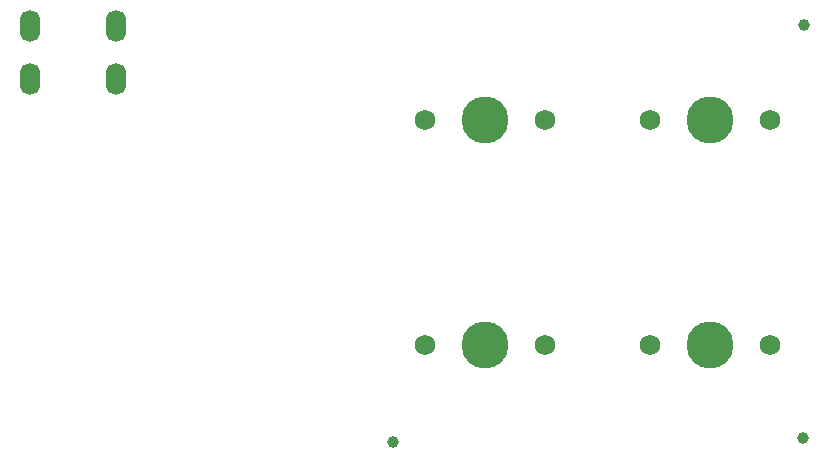
<source format=gts>
%TF.GenerationSoftware,KiCad,Pcbnew,(5.1.10)-1*%
%TF.CreationDate,2022-03-08T18:09:42-05:00*%
%TF.ProjectId,DIY_Keyboard_PCB,4449595f-4b65-4796-926f-6172645f5043,rev?*%
%TF.SameCoordinates,Original*%
%TF.FileFunction,Soldermask,Top*%
%TF.FilePolarity,Negative*%
%FSLAX46Y46*%
G04 Gerber Fmt 4.6, Leading zero omitted, Abs format (unit mm)*
G04 Created by KiCad (PCBNEW (5.1.10)-1) date 2022-03-08 18:09:42*
%MOMM*%
%LPD*%
G01*
G04 APERTURE LIST*
%ADD10C,1.000000*%
%ADD11O,1.700000X2.700000*%
%ADD12C,1.750000*%
%ADD13C,3.987800*%
G04 APERTURE END LIST*
D10*
%TO.C,FID3*%
X142748000Y-167386000D03*
%TD*%
%TO.C,FID2*%
X142875000Y-132461000D03*
%TD*%
%TO.C,FID1*%
X108077000Y-167767000D03*
%TD*%
D11*
%TO.C,USB1*%
X77312500Y-132556250D03*
X84612500Y-132556250D03*
X84612500Y-137056250D03*
X77312500Y-137056250D03*
%TD*%
D12*
%TO.C,MX4*%
X140017500Y-159543750D03*
X129857500Y-159543750D03*
D13*
X134937500Y-159543750D03*
%TD*%
D12*
%TO.C,MX3*%
X140017500Y-140493750D03*
X129857500Y-140493750D03*
D13*
X134937500Y-140493750D03*
%TD*%
D12*
%TO.C,MX2*%
X120967500Y-159543750D03*
X110807500Y-159543750D03*
D13*
X115887500Y-159543750D03*
%TD*%
D12*
%TO.C,MX1*%
X120967500Y-140493750D03*
X110807500Y-140493750D03*
D13*
X115887500Y-140493750D03*
%TD*%
M02*

</source>
